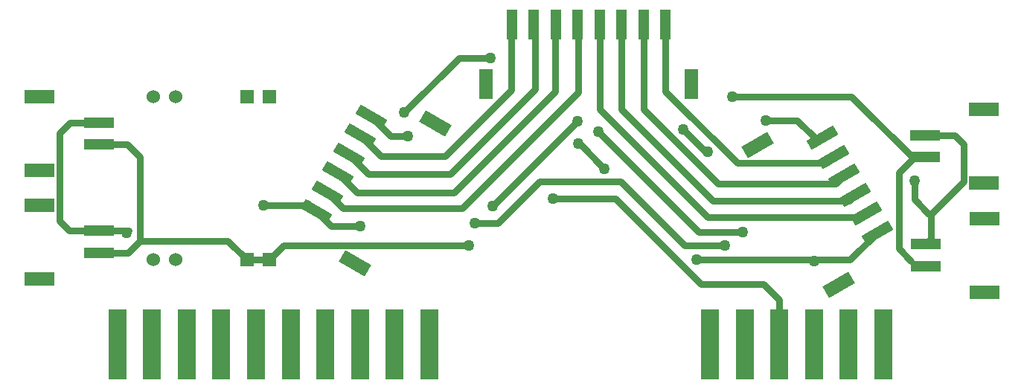
<source format=gtl>
G04*
G04 #@! TF.GenerationSoftware,Altium Limited,Altium Designer,18.1.7 (191)*
G04*
G04 Layer_Physical_Order=1*
G04 Layer_Color=255*
%FSLAX44Y44*%
%MOMM*%
G71*
G01*
G75*
%ADD11R,1.2000X3.5000*%
%ADD12R,1.5000X3.4000*%
G04:AMPARAMS|DCode=13|XSize=1.2mm|YSize=3.5mm|CornerRadius=0mm|HoleSize=0mm|Usage=FLASHONLY|Rotation=120.000|XOffset=0mm|YOffset=0mm|HoleType=Round|Shape=Rectangle|*
%AMROTATEDRECTD13*
4,1,4,1.8156,0.3554,-1.2155,-1.3946,-1.8156,-0.3554,1.2155,1.3946,1.8156,0.3554,0.0*
%
%ADD13ROTATEDRECTD13*%

G04:AMPARAMS|DCode=14|XSize=1.5mm|YSize=3.4mm|CornerRadius=0mm|HoleSize=0mm|Usage=FLASHONLY|Rotation=120.000|XOffset=0mm|YOffset=0mm|HoleType=Round|Shape=Rectangle|*
%AMROTATEDRECTD14*
4,1,4,1.8472,0.2005,-1.0972,-1.4995,-1.8472,-0.2005,1.0972,1.4995,1.8472,0.2005,0.0*
%
%ADD14ROTATEDRECTD14*%

%ADD15R,3.4000X1.5000*%
%ADD16R,3.5000X1.2000*%
G04:AMPARAMS|DCode=17|XSize=1.2mm|YSize=3.5mm|CornerRadius=0mm|HoleSize=0mm|Usage=FLASHONLY|Rotation=240.000|XOffset=0mm|YOffset=0mm|HoleType=Round|Shape=Rectangle|*
%AMROTATEDRECTD17*
4,1,4,-1.2155,1.3946,1.8156,-0.3554,1.2155,-1.3946,-1.8156,0.3554,-1.2155,1.3946,0.0*
%
%ADD17ROTATEDRECTD17*%

G04:AMPARAMS|DCode=18|XSize=1.5mm|YSize=3.4mm|CornerRadius=0mm|HoleSize=0mm|Usage=FLASHONLY|Rotation=240.000|XOffset=0mm|YOffset=0mm|HoleType=Round|Shape=Rectangle|*
%AMROTATEDRECTD18*
4,1,4,-1.0972,1.4995,1.8472,-0.2005,1.0972,-1.4995,-1.8472,0.2005,-1.0972,1.4995,0.0*
%
%ADD18ROTATEDRECTD18*%

%ADD19R,2.0000X8.0000*%
%ADD34C,0.7620*%
%ADD35C,1.5240*%
%ADD36R,1.5240X1.5240*%
%ADD37C,1.2700*%
D11*
X1091000Y661670D02*
D03*
X1066000D02*
D03*
X1041000D02*
D03*
X1016000D02*
D03*
X991000D02*
D03*
X966000D02*
D03*
X941000D02*
D03*
X916000D02*
D03*
D12*
X1120500Y594170D02*
D03*
X886500D02*
D03*
D13*
X1331611Y424479D02*
D03*
X1319111Y446130D02*
D03*
X1306611Y467781D02*
D03*
X1294111Y489431D02*
D03*
X1281611Y511082D02*
D03*
X1269110Y532733D02*
D03*
D14*
X1287904Y365182D02*
D03*
X1195904Y524530D02*
D03*
D15*
X378460Y495300D02*
D03*
Y579300D02*
D03*
Y372140D02*
D03*
Y456140D02*
D03*
X1453390Y565120D02*
D03*
Y481120D02*
D03*
X1454150Y440870D02*
D03*
Y356870D02*
D03*
D16*
X445960Y524800D02*
D03*
Y549800D02*
D03*
Y401640D02*
D03*
Y426640D02*
D03*
X1385890Y535620D02*
D03*
Y510620D02*
D03*
X1386650Y411370D02*
D03*
Y386370D02*
D03*
D17*
X693449Y448657D02*
D03*
X705949Y470308D02*
D03*
X718449Y491959D02*
D03*
X730949Y513609D02*
D03*
X743449Y535260D02*
D03*
X755949Y556911D02*
D03*
D18*
X737156Y389360D02*
D03*
X829156Y548708D02*
D03*
D19*
X467360Y297180D02*
D03*
X506760D02*
D03*
X546160D02*
D03*
X585560D02*
D03*
X624960D02*
D03*
X664360D02*
D03*
X703760D02*
D03*
X743160D02*
D03*
X782560D02*
D03*
X821960D02*
D03*
X1338610D02*
D03*
X1299210D02*
D03*
X1259810D02*
D03*
X1220410D02*
D03*
X1181010D02*
D03*
X1141610D02*
D03*
D34*
X1302675Y579300D02*
X1372415Y509560D01*
X1167130Y579300D02*
X1302675D01*
X1372415Y509560D02*
X1373160D01*
X1356360Y406400D02*
Y492760D01*
Y406400D02*
X1370330Y392430D01*
X1356360Y492760D02*
X1373160Y509560D01*
X1374140Y462280D02*
Y483870D01*
Y462280D02*
X1390650Y445770D01*
X1259780Y297180D02*
X1261110Y298510D01*
Y393700D02*
X1300831D01*
X1126490D02*
X1261110D01*
X1259810Y392400D02*
X1261110Y393700D01*
X1300831D02*
X1331611Y424479D01*
X1314940Y441960D02*
X1319111Y446130D01*
X1139190Y441960D02*
X1314940D01*
X1016000Y565150D02*
X1139190Y441960D01*
X1014730Y539750D02*
X1129030Y425450D01*
X1178560D01*
X1040130Y482600D02*
X1112520Y410210D01*
X1158240D01*
X1013460Y541020D02*
X1014730Y539750D01*
X1016000Y565150D02*
Y661670D01*
X1145048Y461010D02*
X1299840D01*
X1041000Y565058D02*
X1145048Y461010D01*
X1041000Y565058D02*
Y661670D01*
X1150620Y480060D02*
X1284739D01*
X1066000Y564680D02*
X1150620Y480060D01*
X1066000Y564680D02*
Y661670D01*
X1172707Y503693D02*
X1274222D01*
X1091000Y585400D02*
X1172707Y503693D01*
X1091000Y585400D02*
Y661670D01*
X1284739Y480060D02*
X1294111Y489431D01*
X1299840Y461010D02*
X1306611Y467781D01*
X1240790Y552450D02*
X1260507Y532733D01*
X1205230Y552450D02*
X1240790D01*
X681307Y456140D02*
X683637Y458470D01*
X445960Y426640D02*
X480060D01*
X1260507Y532733D02*
X1269110D01*
X1274222Y503693D02*
X1281611Y511082D01*
X1111250Y542290D02*
X1136650Y516890D01*
X1139190D01*
X1220380Y297180D02*
Y348070D01*
X1202690Y365760D02*
X1220380Y348070D01*
X1131570Y365760D02*
X1202690D01*
X445960Y401640D02*
X479110D01*
X445450D02*
X445960D01*
X1390650Y445770D02*
X1393190D01*
X656590Y410210D02*
X867410D01*
X855980Y623570D02*
X891540D01*
X993140Y525780D02*
X1021572Y497348D01*
X991870Y525780D02*
X993140D01*
X894080Y454660D02*
X990600Y551180D01*
X947420Y482600D02*
X1040130D01*
X1033780Y463550D02*
X1131570Y365760D01*
X412830Y426640D02*
X445960D01*
X991870Y584200D02*
Y647700D01*
X859790Y452120D02*
X991870Y584200D01*
X965200Y585400D02*
Y647700D01*
X850108Y470308D02*
X965200Y585400D01*
X942340Y588010D02*
Y647700D01*
X845820Y491490D02*
X942340Y588010D01*
X915200Y587168D02*
Y647700D01*
X839842Y511810D02*
X915200Y587168D01*
X793750Y561340D02*
X855980Y623570D01*
X1420180Y535620D02*
X1430548Y525252D01*
X1385890Y535620D02*
X1420180D01*
X1430548Y483128D02*
Y525252D01*
X1393190Y445770D02*
X1430548Y483128D01*
X1373160Y509560D02*
X1384110D01*
X1386650Y411370D02*
X1393190Y417910D01*
Y445770D01*
X492760Y415290D02*
Y510540D01*
X479110Y401640D02*
X492760Y415290D01*
X478500Y524800D02*
X492760Y510540D01*
X477600Y424180D02*
X480060Y426640D01*
X445960Y524800D02*
X478500D01*
X413320Y549800D02*
X445960D01*
X401320Y537800D02*
X413320Y549800D01*
X401320Y438150D02*
X412830Y426640D01*
X401320Y438150D02*
Y537800D01*
X633730Y456140D02*
X681307D01*
X900430Y435610D02*
X947420Y482600D01*
X740100Y470308D02*
X850108D01*
X724137Y452120D02*
X859790D01*
X873760Y435610D02*
X900430D01*
X962660Y463550D02*
X1033780D01*
X778190Y534670D02*
X797560D01*
X755949Y556911D02*
X778190Y534670D01*
X766899Y511810D02*
X839842D01*
X640080Y393700D02*
X656590Y410210D01*
X753069Y491490D02*
X845820D01*
X614680Y393700D02*
X640080D01*
X593090Y415290D02*
X614680Y393700D01*
X492760Y415290D02*
X593090D01*
X710307Y431800D02*
X743160D01*
X705949Y470308D02*
X724137Y452120D01*
X718449Y491959D02*
X740100Y470308D01*
X730949Y513609D02*
X753069Y491490D01*
X693449Y448657D02*
X710307Y431800D01*
X683637Y458470D02*
X693449Y448657D01*
X743449Y535260D02*
X766899Y511810D01*
D35*
X508000Y579120D02*
D03*
X533400D02*
D03*
Y393700D02*
D03*
X508000D02*
D03*
D36*
X614680Y579120D02*
D03*
X640080D02*
D03*
X614680Y393700D02*
D03*
X640080D02*
D03*
D37*
X1167130Y579300D02*
D03*
X1374140Y483870D02*
D03*
X1259810Y392400D02*
D03*
X1178560Y425450D02*
D03*
X1158240Y410210D02*
D03*
X1205230Y552450D02*
D03*
X1111250Y542290D02*
D03*
X1139190Y516890D02*
D03*
X1014730Y539750D02*
D03*
X867410Y410210D02*
D03*
X891540Y623570D02*
D03*
X1021572Y497348D02*
D03*
X1126490Y393700D02*
D03*
X477600Y424180D02*
D03*
X633730Y456140D02*
D03*
X991870Y525780D02*
D03*
X990600Y551180D02*
D03*
X962660Y463550D02*
D03*
X793750Y561340D02*
D03*
X797560Y534670D02*
D03*
X894080Y454660D02*
D03*
X873760Y435610D02*
D03*
X743160Y431800D02*
D03*
M02*

</source>
